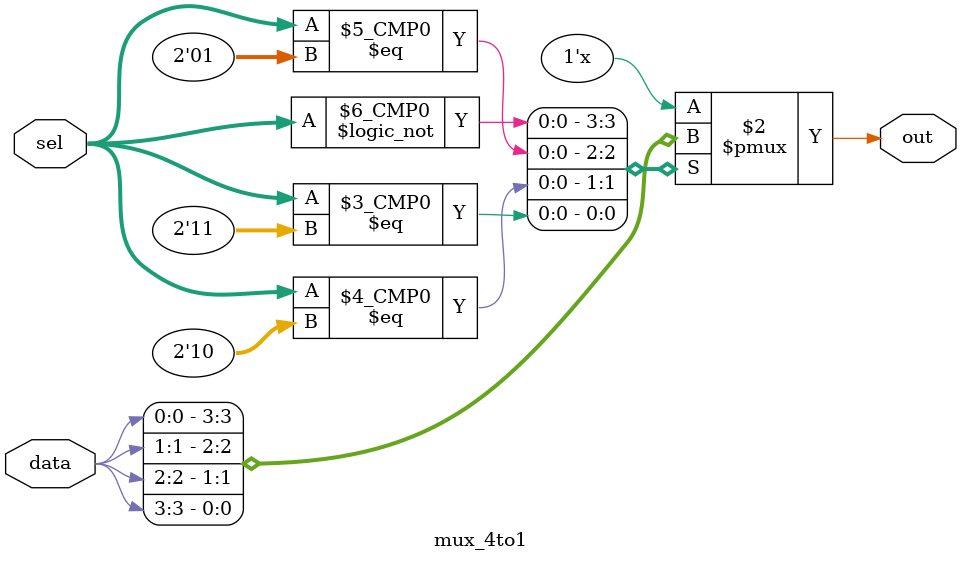
<source format=v>
 module mux_4to1 (
    input [3:0] data,  // 4-bit input data
    input [1:0] sel,   // 2-bit select input
    output reg out     // Output
);

always @(*) begin
    case(sel)
        2'b00: out = data[0];
        2'b01: out = data[1];
        2'b10: out = data[2];
        2'b11: out = data[3];
        default: out = 1'b0; // Default output when selection is invalid
    endcase
end

endmodule

</source>
